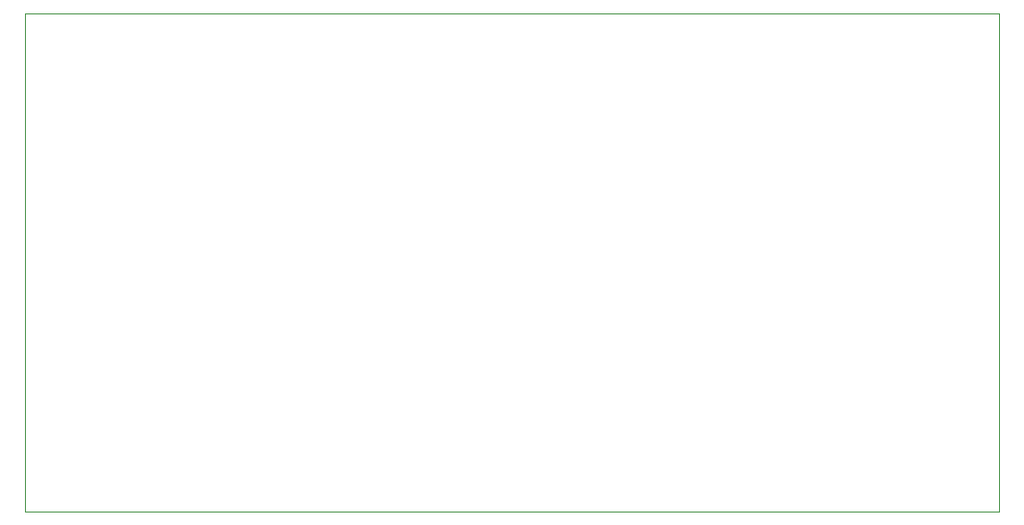
<source format=gbr>
%TF.GenerationSoftware,KiCad,Pcbnew,7.0.9*%
%TF.CreationDate,2024-12-25T11:05:57-08:00*%
%TF.ProjectId,ESP32btCWKeyBrd_Kicad Files,45535033-3262-4744-9357-4b6579427264,rev?*%
%TF.SameCoordinates,Original*%
%TF.FileFunction,Profile,NP*%
%FSLAX46Y46*%
G04 Gerber Fmt 4.6, Leading zero omitted, Abs format (unit mm)*
G04 Created by KiCad (PCBNEW 7.0.9) date 2024-12-25 11:05:57*
%MOMM*%
%LPD*%
G01*
G04 APERTURE LIST*
%TA.AperFunction,Profile*%
%ADD10C,0.100000*%
%TD*%
G04 APERTURE END LIST*
D10*
X91700000Y-69538000D02*
X177540000Y-69538000D01*
X177540000Y-113538000D01*
X91700000Y-113538000D01*
X91700000Y-69538000D01*
M02*

</source>
